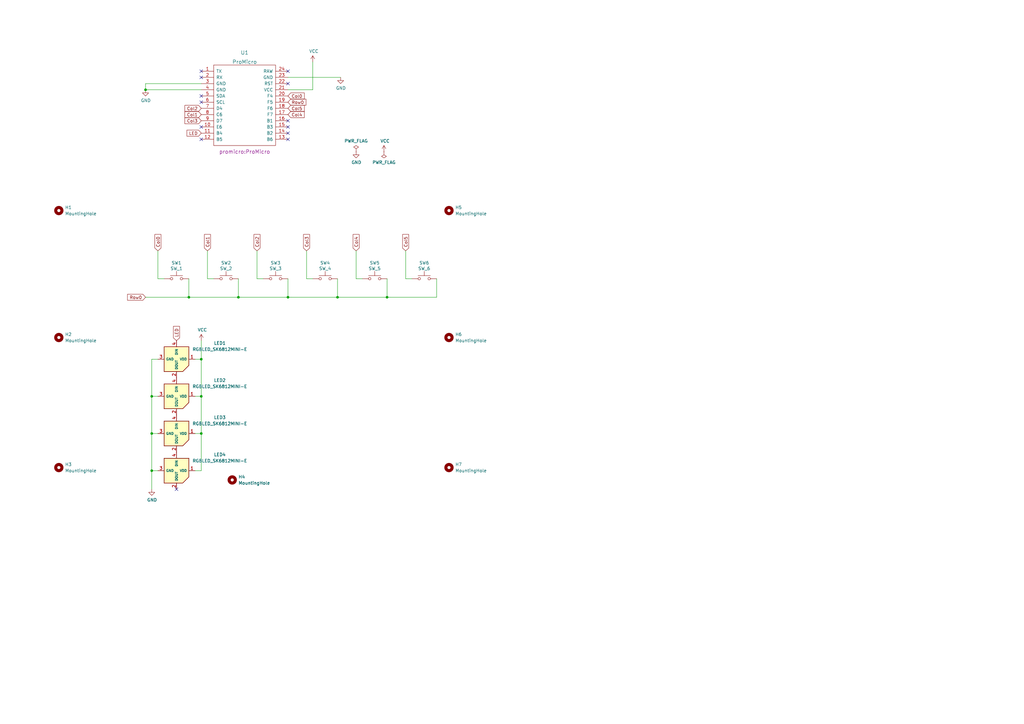
<source format=kicad_sch>
(kicad_sch (version 20211123) (generator eeschema)

  (uuid 5245fe21-b507-43dd-8813-9ae3c7554589)

  (paper "A3")

  (lib_symbols
    (symbol "BrownSugar_KBD:RGBLED_SK6812MINI-E" (pin_names (offset 0.762)) (in_bom yes) (on_board yes)
      (property "Reference" "LED" (id 0) (at 3.81 -6.35 0)
        (effects (font (size 1.27 1.27)) (justify left))
      )
      (property "Value" "RGBLED_SK6812MINI-E" (id 1) (at 3.81 -8.89 0)
        (effects (font (size 1.27 1.27)) (justify left))
      )
      (property "Footprint" "" (id 2) (at 0 0 0)
        (effects (font (size 1.27 1.27)) hide)
      )
      (property "Datasheet" "" (id 3) (at 0 0 0)
        (effects (font (size 1.27 1.27)) hide)
      )
      (symbol "RGBLED_SK6812MINI-E_0_1"
        (polyline
          (pts
            (xy -5.08 5.08)
            (xy 2.54 5.08)
            (xy 5.08 2.54)
            (xy 5.08 -5.08)
            (xy -5.08 -5.08)
            (xy -5.08 5.08)
          )
          (stroke (width 0.254) (type default) (color 0 0 0 0))
          (fill (type background))
        )
      )
      (symbol "RGBLED_SK6812MINI-E_1_1"
        (pin power_in line (at 0 7.62 270) (length 2.54)
          (name "VDD" (effects (font (size 0.9906 0.9906))))
          (number "1" (effects (font (size 1.27 1.27))))
        )
        (pin output line (at 7.62 0 180) (length 2.54)
          (name "DOUT" (effects (font (size 0.9906 0.9906))))
          (number "2" (effects (font (size 1.27 1.27))))
        )
        (pin power_in line (at 0 -7.62 90) (length 2.54)
          (name "GND" (effects (font (size 0.9906 0.9906))))
          (number "3" (effects (font (size 1.27 1.27))))
        )
        (pin input line (at -7.62 0 0) (length 2.54)
          (name "DIN" (effects (font (size 0.9906 0.9906))))
          (number "4" (effects (font (size 1.27 1.27))))
        )
      )
    )
    (symbol "Mechanical:MountingHole" (pin_names (offset 1.016)) (in_bom yes) (on_board yes)
      (property "Reference" "H" (id 0) (at 0 5.08 0)
        (effects (font (size 1.27 1.27)))
      )
      (property "Value" "MountingHole" (id 1) (at 0 3.175 0)
        (effects (font (size 1.27 1.27)))
      )
      (property "Footprint" "" (id 2) (at 0 0 0)
        (effects (font (size 1.27 1.27)) hide)
      )
      (property "Datasheet" "~" (id 3) (at 0 0 0)
        (effects (font (size 1.27 1.27)) hide)
      )
      (property "ki_keywords" "mounting hole" (id 4) (at 0 0 0)
        (effects (font (size 1.27 1.27)) hide)
      )
      (property "ki_description" "Mounting Hole without connection" (id 5) (at 0 0 0)
        (effects (font (size 1.27 1.27)) hide)
      )
      (property "ki_fp_filters" "MountingHole*" (id 6) (at 0 0 0)
        (effects (font (size 1.27 1.27)) hide)
      )
      (symbol "MountingHole_0_1"
        (circle (center 0 0) (radius 1.27)
          (stroke (width 1.27) (type default) (color 0 0 0 0))
          (fill (type none))
        )
      )
    )
    (symbol "Switch:SW_Push" (pin_numbers hide) (pin_names (offset 1.016) hide) (in_bom yes) (on_board yes)
      (property "Reference" "SW" (id 0) (at 1.27 2.54 0)
        (effects (font (size 1.27 1.27)) (justify left))
      )
      (property "Value" "SW_Push" (id 1) (at 0 -1.524 0)
        (effects (font (size 1.27 1.27)))
      )
      (property "Footprint" "" (id 2) (at 0 5.08 0)
        (effects (font (size 1.27 1.27)) hide)
      )
      (property "Datasheet" "~" (id 3) (at 0 5.08 0)
        (effects (font (size 1.27 1.27)) hide)
      )
      (property "ki_keywords" "switch normally-open pushbutton push-button" (id 4) (at 0 0 0)
        (effects (font (size 1.27 1.27)) hide)
      )
      (property "ki_description" "Push button switch, generic, two pins" (id 5) (at 0 0 0)
        (effects (font (size 1.27 1.27)) hide)
      )
      (symbol "SW_Push_0_1"
        (circle (center -2.032 0) (radius 0.508)
          (stroke (width 0) (type default) (color 0 0 0 0))
          (fill (type none))
        )
        (polyline
          (pts
            (xy 0 1.27)
            (xy 0 3.048)
          )
          (stroke (width 0) (type default) (color 0 0 0 0))
          (fill (type none))
        )
        (polyline
          (pts
            (xy 2.54 1.27)
            (xy -2.54 1.27)
          )
          (stroke (width 0) (type default) (color 0 0 0 0))
          (fill (type none))
        )
        (circle (center 2.032 0) (radius 0.508)
          (stroke (width 0) (type default) (color 0 0 0 0))
          (fill (type none))
        )
        (pin passive line (at -5.08 0 0) (length 2.54)
          (name "1" (effects (font (size 1.27 1.27))))
          (number "1" (effects (font (size 1.27 1.27))))
        )
        (pin passive line (at 5.08 0 180) (length 2.54)
          (name "2" (effects (font (size 1.27 1.27))))
          (number "2" (effects (font (size 1.27 1.27))))
        )
      )
    )
    (symbol "power:GND" (power) (pin_names (offset 0)) (in_bom yes) (on_board yes)
      (property "Reference" "#PWR" (id 0) (at 0 -6.35 0)
        (effects (font (size 1.27 1.27)) hide)
      )
      (property "Value" "GND" (id 1) (at 0 -3.81 0)
        (effects (font (size 1.27 1.27)))
      )
      (property "Footprint" "" (id 2) (at 0 0 0)
        (effects (font (size 1.27 1.27)) hide)
      )
      (property "Datasheet" "" (id 3) (at 0 0 0)
        (effects (font (size 1.27 1.27)) hide)
      )
      (property "ki_keywords" "power-flag" (id 4) (at 0 0 0)
        (effects (font (size 1.27 1.27)) hide)
      )
      (property "ki_description" "Power symbol creates a global label with name \"GND\" , ground" (id 5) (at 0 0 0)
        (effects (font (size 1.27 1.27)) hide)
      )
      (symbol "GND_0_1"
        (polyline
          (pts
            (xy 0 0)
            (xy 0 -1.27)
            (xy 1.27 -1.27)
            (xy 0 -2.54)
            (xy -1.27 -1.27)
            (xy 0 -1.27)
          )
          (stroke (width 0) (type default) (color 0 0 0 0))
          (fill (type none))
        )
      )
      (symbol "GND_1_1"
        (pin power_in line (at 0 0 270) (length 0) hide
          (name "GND" (effects (font (size 1.27 1.27))))
          (number "1" (effects (font (size 1.27 1.27))))
        )
      )
    )
    (symbol "power:PWR_FLAG" (power) (pin_numbers hide) (pin_names (offset 0) hide) (in_bom yes) (on_board yes)
      (property "Reference" "#FLG" (id 0) (at 0 1.905 0)
        (effects (font (size 1.27 1.27)) hide)
      )
      (property "Value" "PWR_FLAG" (id 1) (at 0 3.81 0)
        (effects (font (size 1.27 1.27)))
      )
      (property "Footprint" "" (id 2) (at 0 0 0)
        (effects (font (size 1.27 1.27)) hide)
      )
      (property "Datasheet" "~" (id 3) (at 0 0 0)
        (effects (font (size 1.27 1.27)) hide)
      )
      (property "ki_keywords" "power-flag" (id 4) (at 0 0 0)
        (effects (font (size 1.27 1.27)) hide)
      )
      (property "ki_description" "Special symbol for telling ERC where power comes from" (id 5) (at 0 0 0)
        (effects (font (size 1.27 1.27)) hide)
      )
      (symbol "PWR_FLAG_0_0"
        (pin power_out line (at 0 0 90) (length 0)
          (name "pwr" (effects (font (size 1.27 1.27))))
          (number "1" (effects (font (size 1.27 1.27))))
        )
      )
      (symbol "PWR_FLAG_0_1"
        (polyline
          (pts
            (xy 0 0)
            (xy 0 1.27)
            (xy -1.016 1.905)
            (xy 0 2.54)
            (xy 1.016 1.905)
            (xy 0 1.27)
          )
          (stroke (width 0) (type default) (color 0 0 0 0))
          (fill (type none))
        )
      )
    )
    (symbol "power:VCC" (power) (pin_names (offset 0)) (in_bom yes) (on_board yes)
      (property "Reference" "#PWR" (id 0) (at 0 -3.81 0)
        (effects (font (size 1.27 1.27)) hide)
      )
      (property "Value" "VCC" (id 1) (at 0 3.81 0)
        (effects (font (size 1.27 1.27)))
      )
      (property "Footprint" "" (id 2) (at 0 0 0)
        (effects (font (size 1.27 1.27)) hide)
      )
      (property "Datasheet" "" (id 3) (at 0 0 0)
        (effects (font (size 1.27 1.27)) hide)
      )
      (property "ki_keywords" "power-flag" (id 4) (at 0 0 0)
        (effects (font (size 1.27 1.27)) hide)
      )
      (property "ki_description" "Power symbol creates a global label with name \"VCC\"" (id 5) (at 0 0 0)
        (effects (font (size 1.27 1.27)) hide)
      )
      (symbol "VCC_0_1"
        (polyline
          (pts
            (xy -0.762 1.27)
            (xy 0 2.54)
          )
          (stroke (width 0) (type default) (color 0 0 0 0))
          (fill (type none))
        )
        (polyline
          (pts
            (xy 0 0)
            (xy 0 2.54)
          )
          (stroke (width 0) (type default) (color 0 0 0 0))
          (fill (type none))
        )
        (polyline
          (pts
            (xy 0 2.54)
            (xy 0.762 1.27)
          )
          (stroke (width 0) (type default) (color 0 0 0 0))
          (fill (type none))
        )
      )
      (symbol "VCC_1_1"
        (pin power_in line (at 0 0 90) (length 0) hide
          (name "VCC" (effects (font (size 1.27 1.27))))
          (number "1" (effects (font (size 1.27 1.27))))
        )
      )
    )
    (symbol "promicro:ProMicro" (pin_names (offset 1.016)) (in_bom yes) (on_board yes)
      (property "Reference" "U" (id 0) (at 0 24.13 0)
        (effects (font (size 1.524 1.524)))
      )
      (property "Value" "ProMicro" (id 1) (at 0 -13.97 0)
        (effects (font (size 1.524 1.524)))
      )
      (property "Footprint" "" (id 2) (at 2.54 -26.67 0)
        (effects (font (size 1.524 1.524)))
      )
      (property "Datasheet" "" (id 3) (at 2.54 -26.67 0)
        (effects (font (size 1.524 1.524)))
      )
      (symbol "ProMicro_0_1"
        (rectangle (start -12.7 21.59) (end 12.7 -11.43)
          (stroke (width 0) (type default) (color 0 0 0 0))
          (fill (type none))
        )
      )
      (symbol "ProMicro_1_1"
        (pin bidirectional line (at -17.78 19.05 0) (length 5.08)
          (name "TX" (effects (font (size 1.27 1.27))))
          (number "1" (effects (font (size 1.27 1.27))))
        )
        (pin bidirectional line (at -17.78 -3.81 0) (length 5.08)
          (name "E6" (effects (font (size 1.27 1.27))))
          (number "10" (effects (font (size 1.27 1.27))))
        )
        (pin bidirectional line (at -17.78 -6.35 0) (length 5.08)
          (name "B4" (effects (font (size 1.27 1.27))))
          (number "11" (effects (font (size 1.27 1.27))))
        )
        (pin bidirectional line (at -17.78 -8.89 0) (length 5.08)
          (name "B5" (effects (font (size 1.27 1.27))))
          (number "12" (effects (font (size 1.27 1.27))))
        )
        (pin bidirectional line (at 17.78 -8.89 180) (length 5.08)
          (name "B6" (effects (font (size 1.27 1.27))))
          (number "13" (effects (font (size 1.27 1.27))))
        )
        (pin bidirectional line (at 17.78 -6.35 180) (length 5.08)
          (name "B2" (effects (font (size 1.27 1.27))))
          (number "14" (effects (font (size 1.27 1.27))))
        )
        (pin bidirectional line (at 17.78 -3.81 180) (length 5.08)
          (name "B3" (effects (font (size 1.27 1.27))))
          (number "15" (effects (font (size 1.27 1.27))))
        )
        (pin bidirectional line (at 17.78 -1.27 180) (length 5.08)
          (name "B1" (effects (font (size 1.27 1.27))))
          (number "16" (effects (font (size 1.27 1.27))))
        )
        (pin bidirectional line (at 17.78 1.27 180) (length 5.08)
          (name "F7" (effects (font (size 1.27 1.27))))
          (number "17" (effects (font (size 1.27 1.27))))
        )
        (pin bidirectional line (at 17.78 3.81 180) (length 5.08)
          (name "F6" (effects (font (size 1.27 1.27))))
          (number "18" (effects (font (size 1.27 1.27))))
        )
        (pin bidirectional line (at 17.78 6.35 180) (length 5.08)
          (name "F5" (effects (font (size 1.27 1.27))))
          (number "19" (effects (font (size 1.27 1.27))))
        )
        (pin bidirectional line (at -17.78 16.51 0) (length 5.08)
          (name "RX" (effects (font (size 1.27 1.27))))
          (number "2" (effects (font (size 1.27 1.27))))
        )
        (pin bidirectional line (at 17.78 8.89 180) (length 5.08)
          (name "F4" (effects (font (size 1.27 1.27))))
          (number "20" (effects (font (size 1.27 1.27))))
        )
        (pin power_in line (at 17.78 11.43 180) (length 5.08)
          (name "VCC" (effects (font (size 1.27 1.27))))
          (number "21" (effects (font (size 1.27 1.27))))
        )
        (pin input line (at 17.78 13.97 180) (length 5.08)
          (name "RST" (effects (font (size 1.27 1.27))))
          (number "22" (effects (font (size 1.27 1.27))))
        )
        (pin power_in line (at 17.78 16.51 180) (length 5.08)
          (name "GND" (effects (font (size 1.27 1.27))))
          (number "23" (effects (font (size 1.27 1.27))))
        )
        (pin power_out line (at 17.78 19.05 180) (length 5.08)
          (name "RAW" (effects (font (size 1.27 1.27))))
          (number "24" (effects (font (size 1.27 1.27))))
        )
        (pin power_in line (at -17.78 13.97 0) (length 5.08)
          (name "GND" (effects (font (size 1.27 1.27))))
          (number "3" (effects (font (size 1.27 1.27))))
        )
        (pin power_in line (at -17.78 11.43 0) (length 5.08)
          (name "GND" (effects (font (size 1.27 1.27))))
          (number "4" (effects (font (size 1.27 1.27))))
        )
        (pin bidirectional line (at -17.78 8.89 0) (length 5.08)
          (name "SDA" (effects (font (size 1.27 1.27))))
          (number "5" (effects (font (size 1.27 1.27))))
        )
        (pin bidirectional line (at -17.78 6.35 0) (length 5.08)
          (name "SCL" (effects (font (size 1.27 1.27))))
          (number "6" (effects (font (size 1.27 1.27))))
        )
        (pin bidirectional line (at -17.78 3.81 0) (length 5.08)
          (name "D4" (effects (font (size 1.27 1.27))))
          (number "7" (effects (font (size 1.27 1.27))))
        )
        (pin bidirectional line (at -17.78 1.27 0) (length 5.08)
          (name "C6" (effects (font (size 1.27 1.27))))
          (number "8" (effects (font (size 1.27 1.27))))
        )
        (pin bidirectional line (at -17.78 -1.27 0) (length 5.08)
          (name "D7" (effects (font (size 1.27 1.27))))
          (number "9" (effects (font (size 1.27 1.27))))
        )
      )
    )
  )

  (junction (at 82.55 147.32) (diameter 0) (color 0 0 0 0)
    (uuid 193070d0-5904-4e62-81ac-9c283693a274)
  )
  (junction (at 118.11 121.92) (diameter 0) (color 0 0 0 0)
    (uuid 6d448d0e-7027-4240-a79d-ab2a9cc6b100)
  )
  (junction (at 138.43 121.92) (diameter 0) (color 0 0 0 0)
    (uuid 8f73dec3-8e8b-4589-9a27-efd1522c7203)
  )
  (junction (at 82.55 162.56) (diameter 0) (color 0 0 0 0)
    (uuid 9329069e-91c4-4e21-8aa6-5a98ffd81103)
  )
  (junction (at 82.55 177.8) (diameter 0) (color 0 0 0 0)
    (uuid 9522bd17-de38-4cef-9db5-814ac1b1b2a3)
  )
  (junction (at 77.47 121.92) (diameter 0) (color 0 0 0 0)
    (uuid b3cabf27-225a-4421-8614-cfc62501f1fd)
  )
  (junction (at 62.23 177.8) (diameter 0) (color 0 0 0 0)
    (uuid b6a81ab6-c73b-4c84-97ec-808d378800cb)
  )
  (junction (at 62.23 162.56) (diameter 0) (color 0 0 0 0)
    (uuid d6479bec-2ce2-4b02-8f20-c238c71ddba7)
  )
  (junction (at 62.23 193.04) (diameter 0) (color 0 0 0 0)
    (uuid ddee3167-0d99-4710-9993-2d957e647108)
  )
  (junction (at 97.79 121.92) (diameter 0) (color 0 0 0 0)
    (uuid df336c65-24f0-4c3e-ac7f-92a628d8d193)
  )
  (junction (at 59.69 36.83) (diameter 0) (color 0 0 0 0)
    (uuid e576a23c-96e2-4ec2-b549-cb8f54eeae8f)
  )
  (junction (at 158.75 121.92) (diameter 0) (color 0 0 0 0)
    (uuid fed98659-12da-48ee-9986-b0fdcf96badf)
  )

  (no_connect (at 118.11 57.15) (uuid 0c3b36b5-f2e1-4db7-b25b-82b8174557e1))
  (no_connect (at 82.55 39.37) (uuid 0e1e580b-0f68-477d-9c9b-fa252f55de47))
  (no_connect (at 118.11 29.21) (uuid 0fc8fcf3-da70-41ee-b61d-0385851de468))
  (no_connect (at 82.55 29.21) (uuid 25d941af-ab01-4edd-9c6e-6f0bc4c44d7d))
  (no_connect (at 72.39 200.66) (uuid 273ca196-7af3-4ffa-a393-714f47cc2a77))
  (no_connect (at 82.55 41.91) (uuid 39785457-ceb8-4ce9-bbdc-69872dd4ed1c))
  (no_connect (at 118.11 52.07) (uuid 88581c89-5fc2-4c58-a4e2-ec9d0a15d4ad))
  (no_connect (at 118.11 49.53) (uuid a1dcc876-6867-4d8b-b974-b4c886a1caae))
  (no_connect (at 118.11 54.61) (uuid cca9de9d-9279-48f9-9dc3-4d956da87a69))
  (no_connect (at 82.55 31.75) (uuid dce6a491-4c2a-452b-a629-f9e0b4e6128b))
  (no_connect (at 118.11 34.29) (uuid dd1528dc-c01d-4a2b-990a-2f594fe540f9))
  (no_connect (at 82.55 57.15) (uuid e4a64926-87a6-44fd-a2d4-392796caf0c0))
  (no_connect (at 82.55 52.07) (uuid f7a7dec0-8784-4095-be0c-4e6a42c3f994))

  (wire (pts (xy 82.55 34.29) (xy 59.69 34.29))
    (stroke (width 0) (type default) (color 0 0 0 0))
    (uuid 045b4b14-d2d1-458d-b890-b538882d92ff)
  )
  (wire (pts (xy 85.09 102.87) (xy 85.09 114.3))
    (stroke (width 0) (type default) (color 0 0 0 0))
    (uuid 04fbe3cc-d818-4f40-8f9b-06980ca6b150)
  )
  (wire (pts (xy 80.01 177.8) (xy 82.55 177.8))
    (stroke (width 0) (type default) (color 0 0 0 0))
    (uuid 07ca0944-1b8b-450b-9450-350048a8fd7d)
  )
  (wire (pts (xy 80.01 193.04) (xy 82.55 193.04))
    (stroke (width 0) (type default) (color 0 0 0 0))
    (uuid 0e2f65b7-f671-444a-b692-69c7e70a25ad)
  )
  (wire (pts (xy 118.11 31.75) (xy 139.7 31.75))
    (stroke (width 0) (type default) (color 0 0 0 0))
    (uuid 0e32acdd-ae81-4b59-becc-4af292d572ea)
  )
  (wire (pts (xy 62.23 177.8) (xy 62.23 193.04))
    (stroke (width 0) (type default) (color 0 0 0 0))
    (uuid 19cc66d2-f028-4308-95e6-6a3488d781a2)
  )
  (wire (pts (xy 59.69 34.29) (xy 59.69 36.83))
    (stroke (width 0) (type default) (color 0 0 0 0))
    (uuid 1a699997-b7a7-4eec-8e64-36afd978dbf0)
  )
  (wire (pts (xy 82.55 193.04) (xy 82.55 177.8))
    (stroke (width 0) (type default) (color 0 0 0 0))
    (uuid 1d26b8a5-7a69-48cb-af54-11bced13a130)
  )
  (wire (pts (xy 125.73 102.87) (xy 125.73 114.3))
    (stroke (width 0) (type default) (color 0 0 0 0))
    (uuid 223fd307-ae1d-446c-bcfa-80b1a073b312)
  )
  (wire (pts (xy 64.77 114.3) (xy 67.31 114.3))
    (stroke (width 0) (type default) (color 0 0 0 0))
    (uuid 231a5e75-6925-438b-9e1f-8ae60bd683df)
  )
  (wire (pts (xy 105.41 102.87) (xy 105.41 114.3))
    (stroke (width 0) (type default) (color 0 0 0 0))
    (uuid 26fd64c2-a1bd-42c8-885d-8c7eb83fafb2)
  )
  (wire (pts (xy 62.23 147.32) (xy 62.23 162.56))
    (stroke (width 0) (type default) (color 0 0 0 0))
    (uuid 275b0c8b-d065-4f5e-8234-ab60774154d2)
  )
  (wire (pts (xy 82.55 36.83) (xy 59.69 36.83))
    (stroke (width 0) (type default) (color 0 0 0 0))
    (uuid 349774d5-59f2-49c8-b0d5-cabf37eb4172)
  )
  (wire (pts (xy 97.79 114.3) (xy 97.79 121.92))
    (stroke (width 0) (type default) (color 0 0 0 0))
    (uuid 38a6016c-b493-448d-b6b1-7ecbd0d26aa3)
  )
  (wire (pts (xy 64.77 102.87) (xy 64.77 114.3))
    (stroke (width 0) (type default) (color 0 0 0 0))
    (uuid 3bd5bcff-2b46-4960-90d2-7ff3f091c910)
  )
  (wire (pts (xy 77.47 121.92) (xy 97.79 121.92))
    (stroke (width 0) (type default) (color 0 0 0 0))
    (uuid 3f0a291b-581f-477f-a445-747d7eb2e4d3)
  )
  (wire (pts (xy 82.55 139.7) (xy 82.55 147.32))
    (stroke (width 0) (type default) (color 0 0 0 0))
    (uuid 439ad0ed-ff31-4faf-9b88-119e710c3383)
  )
  (wire (pts (xy 179.07 114.3) (xy 179.07 121.92))
    (stroke (width 0) (type default) (color 0 0 0 0))
    (uuid 46ecdd8c-b6c1-4fec-9caa-eb005de3b24f)
  )
  (wire (pts (xy 118.11 121.92) (xy 138.43 121.92))
    (stroke (width 0) (type default) (color 0 0 0 0))
    (uuid 47b017bb-fdda-40df-8f3c-bab553515032)
  )
  (wire (pts (xy 128.27 36.83) (xy 128.27 25.4))
    (stroke (width 0) (type default) (color 0 0 0 0))
    (uuid 48d489eb-f5bc-41c8-900a-329aeb59e9b5)
  )
  (wire (pts (xy 82.55 147.32) (xy 80.01 147.32))
    (stroke (width 0) (type default) (color 0 0 0 0))
    (uuid 56278b9e-9630-4b84-b316-220e03acd859)
  )
  (wire (pts (xy 166.37 114.3) (xy 168.91 114.3))
    (stroke (width 0) (type default) (color 0 0 0 0))
    (uuid 5bbbf331-fe98-4ad4-9619-595f507c541d)
  )
  (wire (pts (xy 138.43 114.3) (xy 138.43 121.92))
    (stroke (width 0) (type default) (color 0 0 0 0))
    (uuid 61199bb3-b975-4fca-9a85-fed3e7e514eb)
  )
  (wire (pts (xy 77.47 114.3) (xy 77.47 121.92))
    (stroke (width 0) (type default) (color 0 0 0 0))
    (uuid 67bb57f6-720e-40f0-801d-ba5cec09e853)
  )
  (wire (pts (xy 146.05 102.87) (xy 146.05 114.3))
    (stroke (width 0) (type default) (color 0 0 0 0))
    (uuid 6c160704-50cf-40cd-9bbf-71f861a8bff4)
  )
  (wire (pts (xy 62.23 193.04) (xy 64.77 193.04))
    (stroke (width 0) (type default) (color 0 0 0 0))
    (uuid 6cc19b78-dbe1-45c1-9c41-67e2e05501d8)
  )
  (wire (pts (xy 146.05 114.3) (xy 148.59 114.3))
    (stroke (width 0) (type default) (color 0 0 0 0))
    (uuid 73335a08-d478-4ada-9d90-c743f11c6c7a)
  )
  (wire (pts (xy 166.37 102.87) (xy 166.37 114.3))
    (stroke (width 0) (type default) (color 0 0 0 0))
    (uuid 74372118-c764-43a5-a8e6-f368fed7bed1)
  )
  (wire (pts (xy 158.75 114.3) (xy 158.75 121.92))
    (stroke (width 0) (type default) (color 0 0 0 0))
    (uuid 7aefa424-b96f-48ff-bae3-83866b27e3c9)
  )
  (wire (pts (xy 62.23 162.56) (xy 62.23 177.8))
    (stroke (width 0) (type default) (color 0 0 0 0))
    (uuid 8af3dc7e-f06d-4c3d-8b96-2820f867df34)
  )
  (wire (pts (xy 105.41 114.3) (xy 107.95 114.3))
    (stroke (width 0) (type default) (color 0 0 0 0))
    (uuid 93f8c80f-48e5-4863-9143-5920bcf37ead)
  )
  (wire (pts (xy 118.11 36.83) (xy 128.27 36.83))
    (stroke (width 0) (type default) (color 0 0 0 0))
    (uuid 96232c25-324a-4694-bcc5-81a11d7f2629)
  )
  (wire (pts (xy 62.23 193.04) (xy 62.23 200.66))
    (stroke (width 0) (type default) (color 0 0 0 0))
    (uuid a9057ac6-c931-48b0-b98e-c5d10d16e25a)
  )
  (wire (pts (xy 80.01 162.56) (xy 82.55 162.56))
    (stroke (width 0) (type default) (color 0 0 0 0))
    (uuid ba8c9b51-6ad1-4228-b243-8440cfcfc8ba)
  )
  (wire (pts (xy 59.69 121.92) (xy 77.47 121.92))
    (stroke (width 0) (type default) (color 0 0 0 0))
    (uuid bd502c18-5f6c-4f9c-a44f-866e945c3cc2)
  )
  (wire (pts (xy 158.75 121.92) (xy 179.07 121.92))
    (stroke (width 0) (type default) (color 0 0 0 0))
    (uuid c74e03c6-1585-4ce0-9c07-f4edb41dce49)
  )
  (wire (pts (xy 138.43 121.92) (xy 158.75 121.92))
    (stroke (width 0) (type default) (color 0 0 0 0))
    (uuid c9d08c2f-6f1e-49a1-9bce-e9cd7d709cee)
  )
  (wire (pts (xy 64.77 147.32) (xy 62.23 147.32))
    (stroke (width 0) (type default) (color 0 0 0 0))
    (uuid d1412b53-8dc0-470d-86be-160da4d3344f)
  )
  (wire (pts (xy 82.55 162.56) (xy 82.55 147.32))
    (stroke (width 0) (type default) (color 0 0 0 0))
    (uuid d298aee2-3cf0-4773-95d2-3bedaceede9d)
  )
  (wire (pts (xy 64.77 162.56) (xy 62.23 162.56))
    (stroke (width 0) (type default) (color 0 0 0 0))
    (uuid d63a8306-e5b4-4e67-8267-e36366cbf12f)
  )
  (wire (pts (xy 118.11 114.3) (xy 118.11 121.92))
    (stroke (width 0) (type default) (color 0 0 0 0))
    (uuid ea7ffe30-47d9-4360-894a-480cbfd1dc18)
  )
  (wire (pts (xy 125.73 114.3) (xy 128.27 114.3))
    (stroke (width 0) (type default) (color 0 0 0 0))
    (uuid ebea7ce0-91bc-49a8-855b-3018c4af47f4)
  )
  (wire (pts (xy 97.79 121.92) (xy 118.11 121.92))
    (stroke (width 0) (type default) (color 0 0 0 0))
    (uuid ee349b0b-5e78-4467-bd8f-0d54f44317a0)
  )
  (wire (pts (xy 64.77 177.8) (xy 62.23 177.8))
    (stroke (width 0) (type default) (color 0 0 0 0))
    (uuid f3af5c94-394a-4939-8be7-3dfaf184aba6)
  )
  (wire (pts (xy 82.55 177.8) (xy 82.55 162.56))
    (stroke (width 0) (type default) (color 0 0 0 0))
    (uuid f9e8a256-ae7c-4fc1-9736-6dc9d1738d6a)
  )
  (wire (pts (xy 85.09 114.3) (xy 87.63 114.3))
    (stroke (width 0) (type default) (color 0 0 0 0))
    (uuid fa7d6a77-f523-439e-a1bc-e48dc058ca8e)
  )

  (global_label "Row0" (shape input) (at 59.69 121.92 180) (fields_autoplaced)
    (effects (font (size 1.27 1.27)) (justify right))
    (uuid 0d4eb50b-3e60-44a8-8ad9-8974b89335c7)
    (property "Intersheet References" "${INTERSHEET_REFS}" (id 0) (at 52.4068 121.8406 0)
      (effects (font (size 1.27 1.27)) (justify right) hide)
    )
  )
  (global_label "Col4" (shape input) (at 118.11 46.99 0) (fields_autoplaced)
    (effects (font (size 1.27 1.27)) (justify left))
    (uuid 1a3e8d31-614d-4d04-8a9f-d6f5712210e0)
    (property "Intersheet References" "${INTERSHEET_REFS}" (id 0) (at 124.728 46.9106 0)
      (effects (font (size 1.27 1.27)) (justify left) hide)
    )
  )
  (global_label "Col2" (shape input) (at 105.41 102.87 90) (fields_autoplaced)
    (effects (font (size 1.27 1.27)) (justify left))
    (uuid 1a4c410f-d014-410a-bbc9-10d99461a39e)
    (property "Intersheet References" "${INTERSHEET_REFS}" (id 0) (at 105.3306 96.252 90)
      (effects (font (size 1.27 1.27)) (justify left) hide)
    )
  )
  (global_label "Col3" (shape input) (at 82.55 49.53 180) (fields_autoplaced)
    (effects (font (size 1.27 1.27)) (justify right))
    (uuid 2a1e71e0-1237-44b2-9975-f2aaf01f1727)
    (property "Intersheet References" "${INTERSHEET_REFS}" (id 0) (at 75.932 49.4506 0)
      (effects (font (size 1.27 1.27)) (justify right) hide)
    )
  )
  (global_label "LED" (shape input) (at 82.55 54.61 180) (fields_autoplaced)
    (effects (font (size 1.27 1.27)) (justify right))
    (uuid 3773ff6c-0e91-49b3-ae34-83546d908386)
    (property "Intersheet References" "${INTERSHEET_REFS}" (id 0) (at 76.7787 54.5306 0)
      (effects (font (size 1.27 1.27)) (justify right) hide)
    )
  )
  (global_label "Col1" (shape input) (at 82.55 46.99 180) (fields_autoplaced)
    (effects (font (size 1.27 1.27)) (justify right))
    (uuid 388d896f-4334-4945-ae1c-9ab94179c4fb)
    (property "Intersheet References" "${INTERSHEET_REFS}" (id 0) (at 75.932 46.9106 0)
      (effects (font (size 1.27 1.27)) (justify right) hide)
    )
  )
  (global_label "LED" (shape input) (at 72.39 139.7 90) (fields_autoplaced)
    (effects (font (size 1.27 1.27)) (justify left))
    (uuid 644be9b7-74f8-420b-8a34-0d3a209b228a)
    (property "Intersheet References" "${INTERSHEET_REFS}" (id 0) (at 72.3106 133.9287 90)
      (effects (font (size 1.27 1.27)) (justify left) hide)
    )
  )
  (global_label "Col0" (shape input) (at 118.11 39.37 0) (fields_autoplaced)
    (effects (font (size 1.27 1.27)) (justify left))
    (uuid 7fd12f1c-1066-452b-9876-25e8c94038ae)
    (property "Intersheet References" "${INTERSHEET_REFS}" (id 0) (at 124.728 39.2906 0)
      (effects (font (size 1.27 1.27)) (justify left) hide)
    )
  )
  (global_label "Col3" (shape input) (at 125.73 102.87 90) (fields_autoplaced)
    (effects (font (size 1.27 1.27)) (justify left))
    (uuid 8463d626-79b9-4c01-924a-6144de2edbbe)
    (property "Intersheet References" "${INTERSHEET_REFS}" (id 0) (at 125.6506 96.252 90)
      (effects (font (size 1.27 1.27)) (justify left) hide)
    )
  )
  (global_label "Col1" (shape input) (at 85.09 102.87 90) (fields_autoplaced)
    (effects (font (size 1.27 1.27)) (justify left))
    (uuid 9aa270d0-7766-4552-a53c-4702875952da)
    (property "Intersheet References" "${INTERSHEET_REFS}" (id 0) (at 85.0106 96.252 90)
      (effects (font (size 1.27 1.27)) (justify left) hide)
    )
  )
  (global_label "Col2" (shape input) (at 82.55 44.45 180) (fields_autoplaced)
    (effects (font (size 1.27 1.27)) (justify right))
    (uuid 9dfb6bc7-74e4-4a7e-8d98-88e74d1da362)
    (property "Intersheet References" "${INTERSHEET_REFS}" (id 0) (at 75.932 44.3706 0)
      (effects (font (size 1.27 1.27)) (justify right) hide)
    )
  )
  (global_label "Col5" (shape input) (at 166.37 102.87 90) (fields_autoplaced)
    (effects (font (size 1.27 1.27)) (justify left))
    (uuid a8a70cdf-c023-4d32-b61f-a866ac7ac34a)
    (property "Intersheet References" "${INTERSHEET_REFS}" (id 0) (at 166.2906 96.252 90)
      (effects (font (size 1.27 1.27)) (justify left) hide)
    )
  )
  (global_label "Col0" (shape input) (at 64.77 102.87 90) (fields_autoplaced)
    (effects (font (size 1.27 1.27)) (justify left))
    (uuid b430540c-462f-4cfb-bd46-8ed24d60ec44)
    (property "Intersheet References" "${INTERSHEET_REFS}" (id 0) (at 64.6906 96.252 90)
      (effects (font (size 1.27 1.27)) (justify left) hide)
    )
  )
  (global_label "Col5" (shape input) (at 118.11 44.45 0) (fields_autoplaced)
    (effects (font (size 1.27 1.27)) (justify left))
    (uuid c39db0bc-47bd-4ae5-9069-95875684bc0d)
    (property "Intersheet References" "${INTERSHEET_REFS}" (id 0) (at 124.728 44.3706 0)
      (effects (font (size 1.27 1.27)) (justify left) hide)
    )
  )
  (global_label "Row0" (shape input) (at 118.11 41.91 0) (fields_autoplaced)
    (effects (font (size 1.27 1.27)) (justify left))
    (uuid d0686636-5a99-4c1b-af6c-089ffa8cb3f6)
    (property "Intersheet References" "${INTERSHEET_REFS}" (id 0) (at 125.3932 41.8306 0)
      (effects (font (size 1.27 1.27)) (justify left) hide)
    )
  )
  (global_label "Col4" (shape input) (at 146.05 102.87 90) (fields_autoplaced)
    (effects (font (size 1.27 1.27)) (justify left))
    (uuid f8760952-7088-45c5-91a8-24927eedcae5)
    (property "Intersheet References" "${INTERSHEET_REFS}" (id 0) (at 145.9706 96.252 90)
      (effects (font (size 1.27 1.27)) (justify left) hide)
    )
  )

  (symbol (lib_id "BrownSugar_KBD:RGBLED_SK6812MINI-E") (at 72.39 193.04 270) (unit 1)
    (in_bom yes) (on_board yes) (fields_autoplaced)
    (uuid 002fceac-359d-4088-8425-3d8dbf4198ed)
    (property "Reference" "LED4" (id 0) (at 90.17 186.4612 90))
    (property "Value" "RGBLED_SK6812MINI-E" (id 1) (at 90.17 189.0012 90))
    (property "Footprint" "akizukidenshi_parts:LED_115478_SK6812MINI-E" (id 2) (at 72.39 193.04 0)
      (effects (font (size 1.27 1.27)) hide)
    )
    (property "Datasheet" "" (id 3) (at 72.39 193.04 0)
      (effects (font (size 1.27 1.27)) hide)
    )
    (pin "1" (uuid da7440a4-2fc3-4f0e-b4fe-969edf39493d))
    (pin "2" (uuid c3a181b9-5bec-43a0-b728-ba3d74064de8))
    (pin "3" (uuid 34ee5f63-f2e6-4409-b16f-7e714db63ed8))
    (pin "4" (uuid b050aca2-0c60-4422-963c-9e8fa16ec91e))
  )

  (symbol (lib_id "power:VCC") (at 157.48 62.23 0) (unit 1)
    (in_bom yes) (on_board yes)
    (uuid 1203f808-aed5-4540-8c9f-c2684454b89b)
    (property "Reference" "#PWR07" (id 0) (at 157.48 66.04 0)
      (effects (font (size 1.27 1.27)) hide)
    )
    (property "Value" "VCC" (id 1) (at 157.9118 57.8358 0))
    (property "Footprint" "" (id 2) (at 157.48 62.23 0)
      (effects (font (size 1.27 1.27)) hide)
    )
    (property "Datasheet" "" (id 3) (at 157.48 62.23 0)
      (effects (font (size 1.27 1.27)) hide)
    )
    (pin "1" (uuid 5d48c780-5690-4556-8e16-f2e40d522226))
  )

  (symbol (lib_id "Mechanical:MountingHole") (at 24.13 86.36 0) (unit 1)
    (in_bom yes) (on_board yes) (fields_autoplaced)
    (uuid 17fe6c74-7093-4ce3-b0e5-cd6b76f5155b)
    (property "Reference" "H1" (id 0) (at 26.67 85.0899 0)
      (effects (font (size 1.27 1.27)) (justify left))
    )
    (property "Value" "MountingHole" (id 1) (at 26.67 87.6299 0)
      (effects (font (size 1.27 1.27)) (justify left))
    )
    (property "Footprint" "kbd_Hole:m2_Screw_Hole" (id 2) (at 24.13 86.36 0)
      (effects (font (size 1.27 1.27)) hide)
    )
    (property "Datasheet" "~" (id 3) (at 24.13 86.36 0)
      (effects (font (size 1.27 1.27)) hide)
    )
  )

  (symbol (lib_id "Switch:SW_Push") (at 133.35 114.3 0) (unit 1)
    (in_bom yes) (on_board yes)
    (uuid 1ba0fb79-40e6-4387-8e3e-c4589bc2b09d)
    (property "Reference" "SW4" (id 0) (at 133.35 107.823 0))
    (property "Value" "SW_4" (id 1) (at 133.35 110.1344 0))
    (property "Footprint" "kbd_SW:CherryMX_Solder_1u" (id 2) (at 133.35 109.22 0)
      (effects (font (size 1.27 1.27)) hide)
    )
    (property "Datasheet" "~" (id 3) (at 133.35 109.22 0)
      (effects (font (size 1.27 1.27)) hide)
    )
    (pin "1" (uuid 806cbe58-0f67-4abb-bdb3-67e39a96598d))
    (pin "2" (uuid 4bc22e4f-847c-4192-b988-11d92e0cb858))
  )

  (symbol (lib_id "power:VCC") (at 82.55 139.7 0) (unit 1)
    (in_bom yes) (on_board yes)
    (uuid 24b740b4-2d90-45a6-93bd-ff98df2f239f)
    (property "Reference" "#PWR03" (id 0) (at 82.55 143.51 0)
      (effects (font (size 1.27 1.27)) hide)
    )
    (property "Value" "VCC" (id 1) (at 82.9818 135.3058 0))
    (property "Footprint" "" (id 2) (at 82.55 139.7 0)
      (effects (font (size 1.27 1.27)) hide)
    )
    (property "Datasheet" "" (id 3) (at 82.55 139.7 0)
      (effects (font (size 1.27 1.27)) hide)
    )
    (pin "1" (uuid 917e0e06-965e-40f4-9a27-ea46e1a880ca))
  )

  (symbol (lib_id "Switch:SW_Push") (at 113.03 114.3 0) (unit 1)
    (in_bom yes) (on_board yes)
    (uuid 26d1c079-84b9-443c-9aab-5012fec80b79)
    (property "Reference" "SW3" (id 0) (at 113.03 107.823 0))
    (property "Value" "SW_3" (id 1) (at 113.03 110.1344 0))
    (property "Footprint" "kbd_SW:CherryMX_Solder_1u" (id 2) (at 113.03 109.22 0)
      (effects (font (size 1.27 1.27)) hide)
    )
    (property "Datasheet" "~" (id 3) (at 113.03 109.22 0)
      (effects (font (size 1.27 1.27)) hide)
    )
    (pin "1" (uuid b7e60dc5-7c4a-4858-82c6-09458bc6f415))
    (pin "2" (uuid ec8207c4-fc37-4f9b-93de-e55871be294e))
  )

  (symbol (lib_id "Switch:SW_Push") (at 72.39 114.3 0) (unit 1)
    (in_bom yes) (on_board yes)
    (uuid 375b50ec-1914-493e-8468-dd16fa29679a)
    (property "Reference" "SW1" (id 0) (at 72.39 107.823 0))
    (property "Value" "SW_1" (id 1) (at 72.39 110.1344 0))
    (property "Footprint" "kbd_SW:CherryMX_Solder_1u" (id 2) (at 72.39 109.22 0)
      (effects (font (size 1.27 1.27)) hide)
    )
    (property "Datasheet" "~" (id 3) (at 72.39 109.22 0)
      (effects (font (size 1.27 1.27)) hide)
    )
    (pin "1" (uuid c0bdf6e3-fd2c-47e1-a039-627b2b604ea5))
    (pin "2" (uuid c5a656b3-e334-4660-8a05-a3fcb2686118))
  )

  (symbol (lib_id "power:GND") (at 146.05 62.23 0) (unit 1)
    (in_bom yes) (on_board yes)
    (uuid 48782386-c7f3-4695-a2d4-fdbf78cac0c5)
    (property "Reference" "#PWR06" (id 0) (at 146.05 68.58 0)
      (effects (font (size 1.27 1.27)) hide)
    )
    (property "Value" "GND" (id 1) (at 146.177 66.6242 0))
    (property "Footprint" "" (id 2) (at 146.05 62.23 0)
      (effects (font (size 1.27 1.27)) hide)
    )
    (property "Datasheet" "" (id 3) (at 146.05 62.23 0)
      (effects (font (size 1.27 1.27)) hide)
    )
    (pin "1" (uuid a4636b3b-f785-4ee0-b0b0-c74da52d1ee8))
  )

  (symbol (lib_id "Mechanical:MountingHole") (at 95.25 196.85 0) (unit 1)
    (in_bom yes) (on_board yes)
    (uuid 5c08c9e3-20b7-4f60-b7e7-49b04d3dc7a0)
    (property "Reference" "H4" (id 0) (at 97.79 195.5799 0)
      (effects (font (size 1.27 1.27)) (justify left))
    )
    (property "Value" "MountingHole" (id 1) (at 97.79 198.12 0)
      (effects (font (size 1.27 1.27)) (justify left))
    )
    (property "Footprint" "kbd_Hole:m2_Screw_Hole" (id 2) (at 95.25 196.85 0)
      (effects (font (size 1.27 1.27)) hide)
    )
    (property "Datasheet" "~" (id 3) (at 95.25 196.85 0)
      (effects (font (size 1.27 1.27)) hide)
    )
  )

  (symbol (lib_id "BrownSugar_KBD:RGBLED_SK6812MINI-E") (at 72.39 147.32 270) (unit 1)
    (in_bom yes) (on_board yes) (fields_autoplaced)
    (uuid 624a8854-374a-4944-b4a8-193bf0e1a89e)
    (property "Reference" "LED1" (id 0) (at 90.17 140.7412 90))
    (property "Value" "RGBLED_SK6812MINI-E" (id 1) (at 90.17 143.2812 90))
    (property "Footprint" "akizukidenshi_parts:LED_115478_SK6812MINI-E" (id 2) (at 72.39 147.32 0)
      (effects (font (size 1.27 1.27)) hide)
    )
    (property "Datasheet" "" (id 3) (at 72.39 147.32 0)
      (effects (font (size 1.27 1.27)) hide)
    )
    (pin "1" (uuid fbd0946b-9314-43ce-ae3e-ee328cc92891))
    (pin "2" (uuid 277e751d-e6c2-4347-b4d1-95518230708d))
    (pin "3" (uuid c1bc1192-1a14-4c72-9e6b-2f6c9479677c))
    (pin "4" (uuid de86c44f-2590-4806-b307-c11192bf82e6))
  )

  (symbol (lib_id "power:PWR_FLAG") (at 157.48 62.23 180) (unit 1)
    (in_bom yes) (on_board yes)
    (uuid 65c3e855-19cd-47c3-87a2-854b0b2b5428)
    (property "Reference" "#FLG02" (id 0) (at 157.48 64.135 0)
      (effects (font (size 1.27 1.27)) hide)
    )
    (property "Value" "PWR_FLAG" (id 1) (at 157.48 66.6242 0))
    (property "Footprint" "" (id 2) (at 157.48 62.23 0)
      (effects (font (size 1.27 1.27)) hide)
    )
    (property "Datasheet" "~" (id 3) (at 157.48 62.23 0)
      (effects (font (size 1.27 1.27)) hide)
    )
    (pin "1" (uuid a0ab1df3-4d0f-4f43-85d1-6d33a5d390cf))
  )

  (symbol (lib_id "power:GND") (at 62.23 200.66 0) (unit 1)
    (in_bom yes) (on_board yes)
    (uuid 66a9327d-afb6-44b4-8248-ef40205d058f)
    (property "Reference" "#PWR02" (id 0) (at 62.23 207.01 0)
      (effects (font (size 1.27 1.27)) hide)
    )
    (property "Value" "GND" (id 1) (at 62.357 205.0542 0))
    (property "Footprint" "" (id 2) (at 62.23 200.66 0)
      (effects (font (size 1.27 1.27)) hide)
    )
    (property "Datasheet" "" (id 3) (at 62.23 200.66 0)
      (effects (font (size 1.27 1.27)) hide)
    )
    (pin "1" (uuid 44ad82f9-9c96-46ce-8b39-17ac51dff6f5))
  )

  (symbol (lib_id "power:GND") (at 59.69 36.83 0) (unit 1)
    (in_bom yes) (on_board yes)
    (uuid 6fe8f0a8-0ec3-4b92-af8c-5c91e61ba40d)
    (property "Reference" "#PWR01" (id 0) (at 59.69 43.18 0)
      (effects (font (size 1.27 1.27)) hide)
    )
    (property "Value" "GND" (id 1) (at 59.817 41.2242 0))
    (property "Footprint" "" (id 2) (at 59.69 36.83 0)
      (effects (font (size 1.27 1.27)) hide)
    )
    (property "Datasheet" "" (id 3) (at 59.69 36.83 0)
      (effects (font (size 1.27 1.27)) hide)
    )
    (pin "1" (uuid 45e3b59a-33b0-41d7-9a8d-4144799beed7))
  )

  (symbol (lib_id "Mechanical:MountingHole") (at 184.15 86.36 0) (unit 1)
    (in_bom yes) (on_board yes) (fields_autoplaced)
    (uuid 743f90b1-c4eb-4d5f-a68e-9971f1fb10d1)
    (property "Reference" "H5" (id 0) (at 186.69 85.0899 0)
      (effects (font (size 1.27 1.27)) (justify left))
    )
    (property "Value" "MountingHole" (id 1) (at 186.69 87.6299 0)
      (effects (font (size 1.27 1.27)) (justify left))
    )
    (property "Footprint" "kbd_Hole:m2_Screw_Hole" (id 2) (at 184.15 86.36 0)
      (effects (font (size 1.27 1.27)) hide)
    )
    (property "Datasheet" "~" (id 3) (at 184.15 86.36 0)
      (effects (font (size 1.27 1.27)) hide)
    )
  )

  (symbol (lib_id "Mechanical:MountingHole") (at 24.13 138.43 0) (unit 1)
    (in_bom yes) (on_board yes)
    (uuid 75a2aa97-260a-46a7-8bb3-0aea22bf077f)
    (property "Reference" "H2" (id 0) (at 26.67 137.1599 0)
      (effects (font (size 1.27 1.27)) (justify left))
    )
    (property "Value" "MountingHole" (id 1) (at 26.67 139.6999 0)
      (effects (font (size 1.27 1.27)) (justify left))
    )
    (property "Footprint" "kbd_Hole:m2_Screw_Hole" (id 2) (at 24.13 138.43 0)
      (effects (font (size 1.27 1.27)) hide)
    )
    (property "Datasheet" "~" (id 3) (at 24.13 138.43 0)
      (effects (font (size 1.27 1.27)) hide)
    )
  )

  (symbol (lib_id "power:VCC") (at 128.27 25.4 0) (unit 1)
    (in_bom yes) (on_board yes)
    (uuid a5b7ec4a-5ca8-46b6-b0ca-66eb0e375d31)
    (property "Reference" "#PWR04" (id 0) (at 128.27 29.21 0)
      (effects (font (size 1.27 1.27)) hide)
    )
    (property "Value" "VCC" (id 1) (at 128.7018 21.0058 0))
    (property "Footprint" "" (id 2) (at 128.27 25.4 0)
      (effects (font (size 1.27 1.27)) hide)
    )
    (property "Datasheet" "" (id 3) (at 128.27 25.4 0)
      (effects (font (size 1.27 1.27)) hide)
    )
    (pin "1" (uuid d5bedf5e-1ab4-4b3c-adf4-21eb37353276))
  )

  (symbol (lib_id "power:PWR_FLAG") (at 146.05 62.23 0) (unit 1)
    (in_bom yes) (on_board yes)
    (uuid c92518b4-d26d-4436-b57e-4f86d1836b29)
    (property "Reference" "#FLG01" (id 0) (at 146.05 60.325 0)
      (effects (font (size 1.27 1.27)) hide)
    )
    (property "Value" "PWR_FLAG" (id 1) (at 146.05 57.8104 0))
    (property "Footprint" "" (id 2) (at 146.05 62.23 0)
      (effects (font (size 1.27 1.27)) hide)
    )
    (property "Datasheet" "~" (id 3) (at 146.05 62.23 0)
      (effects (font (size 1.27 1.27)) hide)
    )
    (pin "1" (uuid a946b1c9-cd24-4353-8438-83bcf1a09e16))
  )

  (symbol (lib_id "BrownSugar_KBD:RGBLED_SK6812MINI-E") (at 72.39 177.8 270) (unit 1)
    (in_bom yes) (on_board yes) (fields_autoplaced)
    (uuid ca343520-79d8-4fd5-a204-9af3361cba24)
    (property "Reference" "LED3" (id 0) (at 90.17 171.2212 90))
    (property "Value" "RGBLED_SK6812MINI-E" (id 1) (at 90.17 173.7612 90))
    (property "Footprint" "akizukidenshi_parts:LED_115478_SK6812MINI-E" (id 2) (at 72.39 177.8 0)
      (effects (font (size 1.27 1.27)) hide)
    )
    (property "Datasheet" "" (id 3) (at 72.39 177.8 0)
      (effects (font (size 1.27 1.27)) hide)
    )
    (pin "1" (uuid 28335dd3-71cd-4023-b3bb-2b1528005a99))
    (pin "2" (uuid 05107fbc-f0c5-4845-a1a6-e39aeae7a757))
    (pin "3" (uuid a314eb46-1fde-4792-be41-e4c3159f8eaf))
    (pin "4" (uuid 0efee2c3-035a-4b25-9654-c0a19e142bd0))
  )

  (symbol (lib_id "Mechanical:MountingHole") (at 184.15 138.43 0) (unit 1)
    (in_bom yes) (on_board yes)
    (uuid d9023b06-d623-4d44-878f-b4095ecdd293)
    (property "Reference" "H6" (id 0) (at 186.69 137.1599 0)
      (effects (font (size 1.27 1.27)) (justify left))
    )
    (property "Value" "MountingHole" (id 1) (at 186.69 139.6999 0)
      (effects (font (size 1.27 1.27)) (justify left))
    )
    (property "Footprint" "kbd_Hole:m2_Screw_Hole" (id 2) (at 184.15 138.43 0)
      (effects (font (size 1.27 1.27)) hide)
    )
    (property "Datasheet" "~" (id 3) (at 184.15 138.43 0)
      (effects (font (size 1.27 1.27)) hide)
    )
  )

  (symbol (lib_id "Switch:SW_Push") (at 173.99 114.3 0) (unit 1)
    (in_bom yes) (on_board yes)
    (uuid d9ffbd44-43a3-4b70-b2c3-e172305fe8d5)
    (property "Reference" "SW6" (id 0) (at 173.99 107.823 0))
    (property "Value" "SW_6" (id 1) (at 173.99 110.1344 0))
    (property "Footprint" "kbd_SW:CherryMX_Solder_1u" (id 2) (at 173.99 109.22 0)
      (effects (font (size 1.27 1.27)) hide)
    )
    (property "Datasheet" "~" (id 3) (at 173.99 109.22 0)
      (effects (font (size 1.27 1.27)) hide)
    )
    (pin "1" (uuid 4c3a6e41-b673-4033-ad86-3647b66afdb2))
    (pin "2" (uuid c81674d7-177a-42b3-ac31-bf056fc4fb35))
  )

  (symbol (lib_id "Mechanical:MountingHole") (at 24.13 191.77 0) (unit 1)
    (in_bom yes) (on_board yes)
    (uuid e62bc1b8-4843-4399-a041-4bc37e9ab620)
    (property "Reference" "H3" (id 0) (at 26.67 190.4999 0)
      (effects (font (size 1.27 1.27)) (justify left))
    )
    (property "Value" "MountingHole" (id 1) (at 26.67 193.0399 0)
      (effects (font (size 1.27 1.27)) (justify left))
    )
    (property "Footprint" "kbd_Hole:m2_Screw_Hole" (id 2) (at 24.13 191.77 0)
      (effects (font (size 1.27 1.27)) hide)
    )
    (property "Datasheet" "~" (id 3) (at 24.13 191.77 0)
      (effects (font (size 1.27 1.27)) hide)
    )
  )

  (symbol (lib_id "promicro:ProMicro") (at 100.33 48.26 0) (unit 1)
    (in_bom yes) (on_board yes)
    (uuid eae3bc60-1361-4ac1-8b66-98b3b7827c27)
    (property "Reference" "U1" (id 0) (at 100.33 21.59 0)
      (effects (font (size 1.524 1.524)))
    )
    (property "Value" "ProMicro" (id 1) (at 100.33 25.4 0)
      (effects (font (size 1.524 1.524)))
    )
    (property "Footprint" "promicro:ProMicro" (id 2) (at 100.33 62.23 0)
      (effects (font (size 1.524 1.524)))
    )
    (property "Datasheet" "" (id 3) (at 102.87 74.93 0)
      (effects (font (size 1.524 1.524)))
    )
    (pin "1" (uuid 6c6cdf56-e5ca-4dd1-948c-37418a07694c))
    (pin "10" (uuid 17fdd5e5-721d-4ae6-bf8b-4903a458fd0e))
    (pin "11" (uuid 768b46cf-73e9-40fb-8b3c-6e3d4f3f86a2))
    (pin "12" (uuid 30166bb6-9ca6-4b8a-8bba-a1f7c943cd9e))
    (pin "13" (uuid a57e5064-143a-4ad1-a691-7091c1bc4441))
    (pin "14" (uuid db9be1e4-0e9f-41c0-bad6-e3c464660a2f))
    (pin "15" (uuid e30816e1-cd0d-497d-b988-b10fae5b3ff8))
    (pin "16" (uuid 73621c4e-a0cb-4de5-b8b6-5311837e20a7))
    (pin "17" (uuid 77574b2d-3c91-41b1-acdc-736d143a8b9b))
    (pin "18" (uuid aeb7d119-af3e-4d1a-af80-079c9d4e0003))
    (pin "19" (uuid 63e21474-ba74-4c77-97a6-d9d85634e177))
    (pin "2" (uuid 20d297aa-80da-4094-b8ca-10b7643ee47a))
    (pin "20" (uuid 9fa14196-89fa-4cc8-9fd1-3fcfb245d187))
    (pin "21" (uuid 3901063b-a603-41de-a94f-d964a7a275ec))
    (pin "22" (uuid 60a7b11e-f903-4b6b-9c3c-c7606b5d2e0d))
    (pin "23" (uuid 025817ee-a55f-4a3d-bd76-f3119148f7db))
    (pin "24" (uuid 82ec16c0-0741-4bd2-a3b5-e316b11aa26b))
    (pin "3" (uuid 3f9d6349-e942-45e2-9730-705b927f941e))
    (pin "4" (uuid 38219638-63f5-4a66-a32f-c44257cf8a8b))
    (pin "5" (uuid 2d976d56-0407-411d-bb4c-95970b0c04f3))
    (pin "6" (uuid 50772bd2-bbbd-4a9c-ba87-eff2b9f1eeec))
    (pin "7" (uuid 44845814-035b-49d5-b096-5165eef3f920))
    (pin "8" (uuid 49a31b04-6617-4916-bb71-986a20bc7720))
    (pin "9" (uuid cf9eb406-7429-4010-a0e5-0db00f93248e))
  )

  (symbol (lib_id "Switch:SW_Push") (at 92.71 114.3 0) (unit 1)
    (in_bom yes) (on_board yes)
    (uuid f2c71871-836d-493d-97ca-9ecc25d8c3ed)
    (property "Reference" "SW2" (id 0) (at 92.71 107.823 0))
    (property "Value" "SW_2" (id 1) (at 92.71 110.1344 0))
    (property "Footprint" "kbd_SW:CherryMX_Solder_1u" (id 2) (at 92.71 109.22 0)
      (effects (font (size 1.27 1.27)) hide)
    )
    (property "Datasheet" "~" (id 3) (at 92.71 109.22 0)
      (effects (font (size 1.27 1.27)) hide)
    )
    (pin "1" (uuid 36689a1f-e74b-4a24-b1e3-d37e2a6faedc))
    (pin "2" (uuid 7b337296-abc5-4f7b-b090-31f35a88af22))
  )

  (symbol (lib_id "Mechanical:MountingHole") (at 184.15 191.77 0) (unit 1)
    (in_bom yes) (on_board yes)
    (uuid f2ede056-3b65-4b97-a7ff-3aa80d2e3409)
    (property "Reference" "H7" (id 0) (at 186.69 190.4999 0)
      (effects (font (size 1.27 1.27)) (justify left))
    )
    (property "Value" "MountingHole" (id 1) (at 186.69 193.0399 0)
      (effects (font (size 1.27 1.27)) (justify left))
    )
    (property "Footprint" "kbd_Hole:m2_Screw_Hole" (id 2) (at 184.15 191.77 0)
      (effects (font (size 1.27 1.27)) hide)
    )
    (property "Datasheet" "~" (id 3) (at 184.15 191.77 0)
      (effects (font (size 1.27 1.27)) hide)
    )
  )

  (symbol (lib_id "Switch:SW_Push") (at 153.67 114.3 0) (unit 1)
    (in_bom yes) (on_board yes)
    (uuid f8086683-ffef-4ad0-aab0-c61c9a9172f6)
    (property "Reference" "SW5" (id 0) (at 153.67 107.823 0))
    (property "Value" "SW_5" (id 1) (at 153.67 110.1344 0))
    (property "Footprint" "kbd_SW:CherryMX_Solder_1u" (id 2) (at 153.67 109.22 0)
      (effects (font (size 1.27 1.27)) hide)
    )
    (property "Datasheet" "~" (id 3) (at 153.67 109.22 0)
      (effects (font (size 1.27 1.27)) hide)
    )
    (pin "1" (uuid 5f92ac6c-8e7b-4c62-8bd3-533a4bed6ed7))
    (pin "2" (uuid 1f3b87c1-4ce3-476d-8242-47acfac8790e))
  )

  (symbol (lib_id "BrownSugar_KBD:RGBLED_SK6812MINI-E") (at 72.39 162.56 270) (unit 1)
    (in_bom yes) (on_board yes) (fields_autoplaced)
    (uuid fd85ea57-1beb-4506-accf-152a1d9d9b7f)
    (property "Reference" "LED2" (id 0) (at 90.17 155.9812 90))
    (property "Value" "RGBLED_SK6812MINI-E" (id 1) (at 90.17 158.5212 90))
    (property "Footprint" "akizukidenshi_parts:LED_115478_SK6812MINI-E" (id 2) (at 72.39 162.56 0)
      (effects (font (size 1.27 1.27)) hide)
    )
    (property "Datasheet" "" (id 3) (at 72.39 162.56 0)
      (effects (font (size 1.27 1.27)) hide)
    )
    (pin "1" (uuid 2c0a2cc4-0332-4a76-a2bb-bba9d4b364d0))
    (pin "2" (uuid 02f26a64-f3e1-4047-8790-ab7a81122c98))
    (pin "3" (uuid 7d1b09e8-32d7-4a0d-b615-834236faf3ec))
    (pin "4" (uuid 2d3f28be-11a3-4152-81b3-326955989cf8))
  )

  (symbol (lib_id "power:GND") (at 139.7 31.75 0) (unit 1)
    (in_bom yes) (on_board yes)
    (uuid ffff14b5-2afc-4753-adbe-b74455122982)
    (property "Reference" "#PWR05" (id 0) (at 139.7 38.1 0)
      (effects (font (size 1.27 1.27)) hide)
    )
    (property "Value" "GND" (id 1) (at 139.827 36.1442 0))
    (property "Footprint" "" (id 2) (at 139.7 31.75 0)
      (effects (font (size 1.27 1.27)) hide)
    )
    (property "Datasheet" "" (id 3) (at 139.7 31.75 0)
      (effects (font (size 1.27 1.27)) hide)
    )
    (pin "1" (uuid b740f406-9432-4cfe-bd95-f8ef3916d087))
  )

  (sheet_instances
    (path "/" (page "1"))
  )

  (symbol_instances
    (path "/c92518b4-d26d-4436-b57e-4f86d1836b29"
      (reference "#FLG01") (unit 1) (value "PWR_FLAG") (footprint "")
    )
    (path "/65c3e855-19cd-47c3-87a2-854b0b2b5428"
      (reference "#FLG02") (unit 1) (value "PWR_FLAG") (footprint "")
    )
    (path "/6fe8f0a8-0ec3-4b92-af8c-5c91e61ba40d"
      (reference "#PWR01") (unit 1) (value "GND") (footprint "")
    )
    (path "/66a9327d-afb6-44b4-8248-ef40205d058f"
      (reference "#PWR02") (unit 1) (value "GND") (footprint "")
    )
    (path "/24b740b4-2d90-45a6-93bd-ff98df2f239f"
      (reference "#PWR03") (unit 1) (value "VCC") (footprint "")
    )
    (path "/a5b7ec4a-5ca8-46b6-b0ca-66eb0e375d31"
      (reference "#PWR04") (unit 1) (value "VCC") (footprint "")
    )
    (path "/ffff14b5-2afc-4753-adbe-b74455122982"
      (reference "#PWR05") (unit 1) (value "GND") (footprint "")
    )
    (path "/48782386-c7f3-4695-a2d4-fdbf78cac0c5"
      (reference "#PWR06") (unit 1) (value "GND") (footprint "")
    )
    (path "/1203f808-aed5-4540-8c9f-c2684454b89b"
      (reference "#PWR07") (unit 1) (value "VCC") (footprint "")
    )
    (path "/17fe6c74-7093-4ce3-b0e5-cd6b76f5155b"
      (reference "H1") (unit 1) (value "MountingHole") (footprint "kbd_Hole:m2_Screw_Hole")
    )
    (path "/75a2aa97-260a-46a7-8bb3-0aea22bf077f"
      (reference "H2") (unit 1) (value "MountingHole") (footprint "kbd_Hole:m2_Screw_Hole")
    )
    (path "/e62bc1b8-4843-4399-a041-4bc37e9ab620"
      (reference "H3") (unit 1) (value "MountingHole") (footprint "kbd_Hole:m2_Screw_Hole")
    )
    (path "/5c08c9e3-20b7-4f60-b7e7-49b04d3dc7a0"
      (reference "H4") (unit 1) (value "MountingHole") (footprint "kbd_Hole:m2_Screw_Hole")
    )
    (path "/743f90b1-c4eb-4d5f-a68e-9971f1fb10d1"
      (reference "H5") (unit 1) (value "MountingHole") (footprint "kbd_Hole:m2_Screw_Hole")
    )
    (path "/d9023b06-d623-4d44-878f-b4095ecdd293"
      (reference "H6") (unit 1) (value "MountingHole") (footprint "kbd_Hole:m2_Screw_Hole")
    )
    (path "/f2ede056-3b65-4b97-a7ff-3aa80d2e3409"
      (reference "H7") (unit 1) (value "MountingHole") (footprint "kbd_Hole:m2_Screw_Hole")
    )
    (path "/624a8854-374a-4944-b4a8-193bf0e1a89e"
      (reference "LED1") (unit 1) (value "RGBLED_SK6812MINI-E") (footprint "akizukidenshi_parts:LED_115478_SK6812MINI-E")
    )
    (path "/fd85ea57-1beb-4506-accf-152a1d9d9b7f"
      (reference "LED2") (unit 1) (value "RGBLED_SK6812MINI-E") (footprint "akizukidenshi_parts:LED_115478_SK6812MINI-E")
    )
    (path "/ca343520-79d8-4fd5-a204-9af3361cba24"
      (reference "LED3") (unit 1) (value "RGBLED_SK6812MINI-E") (footprint "akizukidenshi_parts:LED_115478_SK6812MINI-E")
    )
    (path "/002fceac-359d-4088-8425-3d8dbf4198ed"
      (reference "LED4") (unit 1) (value "RGBLED_SK6812MINI-E") (footprint "akizukidenshi_parts:LED_115478_SK6812MINI-E")
    )
    (path "/375b50ec-1914-493e-8468-dd16fa29679a"
      (reference "SW1") (unit 1) (value "SW_1") (footprint "kbd_SW:CherryMX_Solder_1u")
    )
    (path "/f2c71871-836d-493d-97ca-9ecc25d8c3ed"
      (reference "SW2") (unit 1) (value "SW_2") (footprint "kbd_SW:CherryMX_Solder_1u")
    )
    (path "/26d1c079-84b9-443c-9aab-5012fec80b79"
      (reference "SW3") (unit 1) (value "SW_3") (footprint "kbd_SW:CherryMX_Solder_1u")
    )
    (path "/1ba0fb79-40e6-4387-8e3e-c4589bc2b09d"
      (reference "SW4") (unit 1) (value "SW_4") (footprint "kbd_SW:CherryMX_Solder_1u")
    )
    (path "/f8086683-ffef-4ad0-aab0-c61c9a9172f6"
      (reference "SW5") (unit 1) (value "SW_5") (footprint "kbd_SW:CherryMX_Solder_1u")
    )
    (path "/d9ffbd44-43a3-4b70-b2c3-e172305fe8d5"
      (reference "SW6") (unit 1) (value "SW_6") (footprint "kbd_SW:CherryMX_Solder_1u")
    )
    (path "/eae3bc60-1361-4ac1-8b66-98b3b7827c27"
      (reference "U1") (unit 1) (value "ProMicro") (footprint "promicro:ProMicro")
    )
  )
)

</source>
